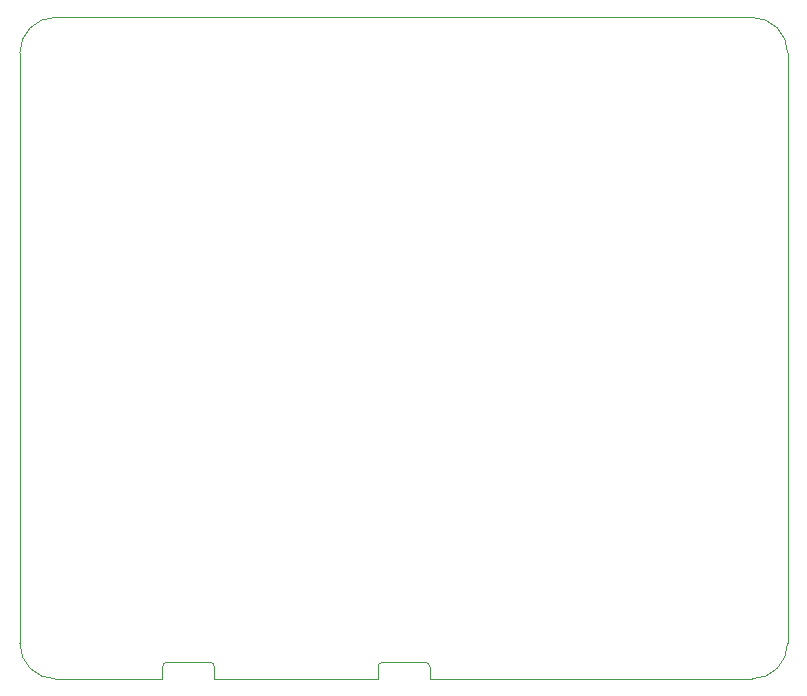
<source format=gm1>
G04 #@! TF.GenerationSoftware,KiCad,Pcbnew,8.0.7*
G04 #@! TF.CreationDate,2025-09-13T14:37:32+01:00*
G04 #@! TF.ProjectId,RPi-MiniDexed-IOBoard,5250692d-4d69-46e6-9944-657865642d49,rev?*
G04 #@! TF.SameCoordinates,Original*
G04 #@! TF.FileFunction,Profile,NP*
%FSLAX46Y46*%
G04 Gerber Fmt 4.6, Leading zero omitted, Abs format (unit mm)*
G04 Created by KiCad (PCBNEW 8.0.7) date 2025-09-13 14:37:32*
%MOMM*%
%LPD*%
G01*
G04 APERTURE LIST*
G04 #@! TA.AperFunction,Profile*
%ADD10C,0.100000*%
G04 #@! TD*
G04 #@! TA.AperFunction,Profile*
%ADD11C,0.120000*%
G04 #@! TD*
G04 APERTURE END LIST*
D10*
X262000000Y-94000000D02*
G75*
G02*
X265000000Y-97000000I0J-3000000D01*
G01*
X200000000Y-131000000D02*
X200000000Y-147000000D01*
X262000000Y-94000000D02*
X203000000Y-94000000D01*
X239012000Y-149989740D02*
X262000000Y-150000000D01*
X220777000Y-149982000D02*
X226012000Y-149989740D01*
X200000000Y-97000000D02*
G75*
G02*
X203000000Y-94000000I3000000J0D01*
G01*
X207777000Y-149982000D02*
X203000000Y-150000000D01*
X203000000Y-150000000D02*
G75*
G02*
X200000000Y-147000000I0J3000000D01*
G01*
X200000000Y-113000000D02*
X200000000Y-131000000D01*
X265000000Y-147000000D02*
G75*
G02*
X262000000Y-150000000I-3000000J0D01*
G01*
X265000000Y-147000000D02*
X265000000Y-97000000D01*
X200000000Y-97000000D02*
X200000000Y-113000000D01*
D11*
X212077000Y-148982000D02*
X212077000Y-149982000D01*
X212077000Y-149982000D02*
X207777000Y-149982000D01*
X216077000Y-148582000D02*
X212477000Y-148582000D01*
X216477000Y-148982000D02*
X216477000Y-149982000D01*
X216477000Y-149982000D02*
X220777000Y-149982000D01*
X212077000Y-148982000D02*
G75*
G02*
X212477000Y-148582000I400002J-2D01*
G01*
X216077000Y-148582000D02*
G75*
G02*
X216477000Y-148982000I0J-400000D01*
G01*
X230312000Y-148989740D02*
X230312000Y-149989740D01*
X230312000Y-149989740D02*
X226012000Y-149989740D01*
X234312000Y-148589740D02*
X230712000Y-148589740D01*
X234712000Y-148989740D02*
X234712000Y-149989740D01*
X234712000Y-149989740D02*
X239012000Y-149989740D01*
X230312000Y-148989740D02*
G75*
G02*
X230712000Y-148589740I399999J1D01*
G01*
X234312000Y-148589740D02*
G75*
G02*
X234712000Y-148989740I0J-400000D01*
G01*
M02*

</source>
